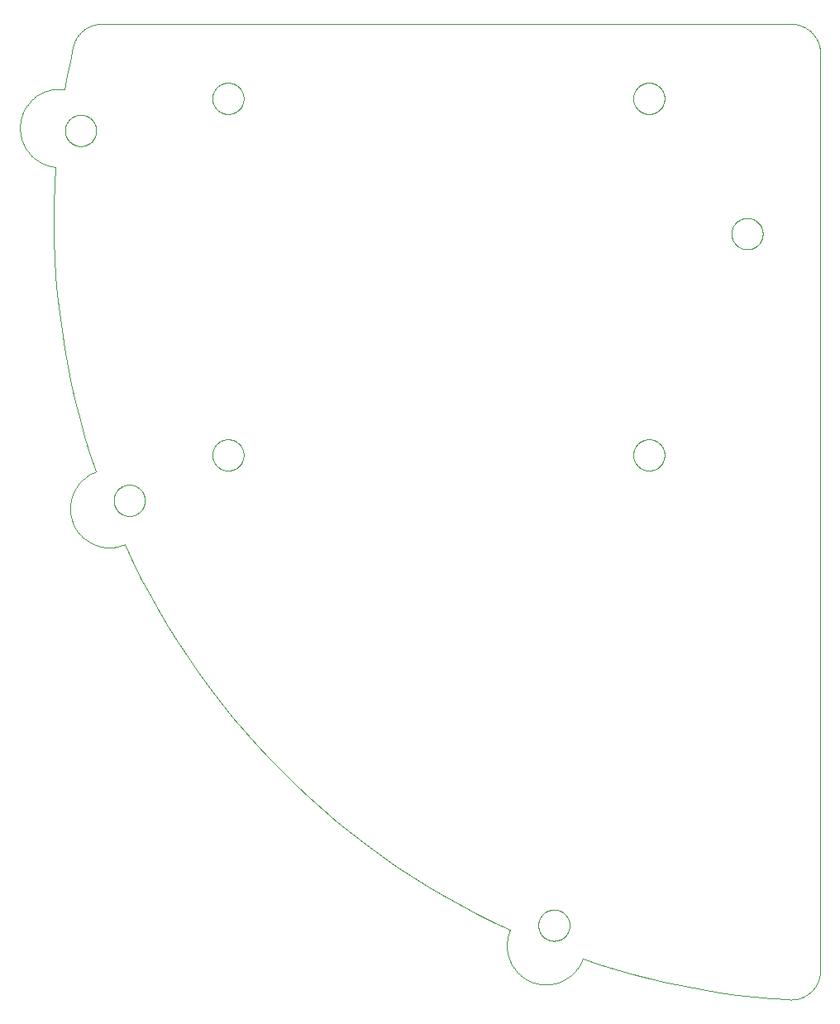
<source format=gbr>
G04 EAGLE Gerber RS-274X export*
G75*
%MOMM*%
%FSLAX34Y34*%
%LPD*%
%IN*%
%IPPOS*%
%AMOC8*
5,1,8,0,0,1.08239X$1,22.5*%
G01*
%ADD10C,0.000000*%
%ADD11C,0.000100*%


D10*
X19840Y975135D02*
X16707Y960665D01*
X13842Y946140D01*
X11246Y931564D01*
X19841Y975125D02*
X20012Y975840D01*
X20201Y976551D01*
X20407Y977256D01*
X20631Y977957D01*
X20871Y978651D01*
X21129Y979340D01*
X21403Y980022D01*
X21694Y980697D01*
X22001Y981365D01*
X22325Y982025D01*
X22665Y982677D01*
X23020Y983320D01*
X23391Y983954D01*
X23778Y984580D01*
X24180Y985195D01*
X24597Y985801D01*
X25029Y986396D01*
X25475Y986980D01*
X25935Y987553D01*
X26409Y988115D01*
X26897Y988665D01*
X27398Y989203D01*
X27912Y989728D01*
X28439Y990241D01*
X28978Y990740D01*
X29529Y991227D01*
X30093Y991699D01*
X30667Y992158D01*
X31253Y992602D01*
X31849Y993032D01*
X32456Y993447D01*
X33072Y993847D01*
X33699Y994232D01*
X34334Y994602D01*
X34978Y994956D01*
X35631Y995293D01*
X36292Y995615D01*
X36961Y995921D01*
X37637Y996210D01*
X38320Y996482D01*
X39009Y996738D01*
X39704Y996976D01*
X40405Y997198D01*
X41111Y997402D01*
X41822Y997589D01*
X42538Y997758D01*
X43257Y997910D01*
X43980Y998044D01*
X44706Y998160D01*
X45434Y998259D01*
X46165Y998339D01*
X46897Y998402D01*
X47631Y998447D01*
X48365Y998473D01*
X49101Y998482D01*
X11246Y931564D02*
X10280Y931690D01*
X9311Y931793D01*
X8339Y931872D01*
X7366Y931927D01*
X6392Y931959D01*
X5418Y931967D01*
X4444Y931951D01*
X3470Y931911D01*
X2497Y931848D01*
X1527Y931761D01*
X559Y931651D01*
X-407Y931516D01*
X-1368Y931359D01*
X-2326Y931178D01*
X-3279Y930974D01*
X-4226Y930746D01*
X-5168Y930496D01*
X-6104Y930223D01*
X-7032Y929927D01*
X-7953Y929608D01*
X-8866Y929267D01*
X-9770Y928904D01*
X-10666Y928519D01*
X-11551Y928113D01*
X-12427Y927685D01*
X-13292Y927235D01*
X-14145Y926765D01*
X-14987Y926274D01*
X-15817Y925763D01*
X-16634Y925232D01*
X-17437Y924681D01*
X-18228Y924110D01*
X-19004Y923521D01*
X-19765Y922913D01*
X-20511Y922286D01*
X-21242Y921641D01*
X-21957Y920979D01*
X-22656Y920300D01*
X-23337Y919604D01*
X-24002Y918891D01*
X-24649Y918162D01*
X-25278Y917418D01*
X-25889Y916659D01*
X-26481Y915885D01*
X-27055Y915097D01*
X-27608Y914295D01*
X-28142Y913480D01*
X-28657Y912652D01*
X-29150Y911812D01*
X-29623Y910960D01*
X-30076Y910096D01*
X-30507Y909222D01*
X-30916Y908338D01*
X-31304Y907444D01*
X-31670Y906541D01*
X-32014Y905629D01*
X-32336Y904710D01*
X-32635Y903782D01*
X-32912Y902848D01*
X-33165Y901907D01*
X-33396Y900960D01*
X-33604Y900008D01*
X-33788Y899051D01*
X-33949Y898090D01*
X-34086Y897125D01*
X-34200Y896157D01*
X-34290Y895187D01*
X-34357Y894214D01*
X-34400Y893241D01*
X-34419Y892267D01*
X-34414Y891292D01*
X-34386Y890318D01*
X-34334Y889345D01*
X-34258Y888373D01*
X-34159Y887404D01*
X-34036Y886437D01*
X-33889Y885474D01*
X-33720Y884514D01*
X-33526Y883559D01*
X-33310Y882609D01*
X-33070Y881664D01*
X-32808Y880726D01*
X-32523Y879794D01*
X-32215Y878869D01*
X-31885Y877952D01*
X-31532Y877044D01*
X-31157Y876144D01*
X-30761Y875254D01*
X-30343Y874374D01*
X-29904Y873504D01*
X-29444Y872645D01*
X-28962Y871797D01*
X-28461Y870962D01*
X-27939Y870139D01*
X-27397Y869329D01*
X-26836Y868532D01*
X-26256Y867749D01*
X-25656Y866981D01*
X-25038Y866227D01*
X-24402Y865489D01*
X-23748Y864767D01*
X-23077Y864060D01*
X-22388Y863370D01*
X-21684Y862698D01*
X-20962Y862042D01*
X-20226Y861404D01*
X-19473Y860785D01*
X-18706Y860184D01*
X-17925Y859602D01*
X-17129Y859039D01*
X-16320Y858495D01*
X-15499Y857972D01*
X-14664Y857468D01*
X-13818Y856985D01*
X-12960Y856523D01*
X-12091Y856082D01*
X-11211Y855662D01*
X-10322Y855264D01*
X-9423Y854887D01*
X-8515Y854533D01*
X-7599Y854201D01*
X-6675Y853891D01*
X-5744Y853603D01*
X-4806Y853339D01*
X-3862Y853097D01*
X-2912Y852879D01*
X-1958Y852684D01*
X-998Y852512D01*
X-35Y852363D01*
X931Y852238D01*
X1900Y852137D01*
X1901Y852137D02*
X871Y833524D01*
X275Y814891D01*
X112Y796250D01*
X385Y777610D01*
X1091Y758982D01*
X2231Y740375D01*
X3805Y721799D01*
X5810Y703266D01*
X8247Y684784D01*
X11113Y666363D01*
X14408Y648015D01*
X18130Y629748D01*
X22275Y611573D01*
X26844Y593500D01*
X31832Y575538D01*
X37237Y557696D01*
X43056Y539986D01*
X42147Y539638D01*
X41247Y539268D01*
X40356Y538876D01*
X39475Y538463D01*
X38604Y538028D01*
X37744Y537572D01*
X36895Y537095D01*
X36059Y536598D01*
X35234Y536081D01*
X34423Y535543D01*
X33625Y534986D01*
X32840Y534410D01*
X32070Y533815D01*
X31315Y533201D01*
X30575Y532569D01*
X29850Y531919D01*
X29142Y531252D01*
X28450Y530567D01*
X27775Y529866D01*
X27117Y529149D01*
X26476Y528416D01*
X25854Y527667D01*
X25251Y526904D01*
X24666Y526126D01*
X24100Y525334D01*
X23553Y524529D01*
X23027Y523710D01*
X22520Y522879D01*
X22034Y522036D01*
X21569Y521181D01*
X21124Y520315D01*
X20701Y519439D01*
X20299Y518552D01*
X19919Y517656D01*
X19561Y516751D01*
X19225Y515838D01*
X18912Y514916D01*
X18620Y513988D01*
X18352Y513052D01*
X18107Y512110D01*
X17884Y511163D01*
X17685Y510210D01*
X17509Y509253D01*
X17356Y508292D01*
X17227Y507327D01*
X17121Y506359D01*
X17039Y505390D01*
X16981Y504418D01*
X16946Y503445D01*
X16935Y502472D01*
X16948Y501499D01*
X16984Y500526D01*
X17044Y499555D01*
X17128Y498585D01*
X17235Y497618D01*
X17366Y496653D01*
X17520Y495692D01*
X17698Y494735D01*
X17899Y493783D01*
X18123Y492836D01*
X18370Y491895D01*
X18640Y490959D01*
X18933Y490031D01*
X19248Y489110D01*
X19585Y488197D01*
X19945Y487293D01*
X20327Y486398D01*
X20730Y485512D01*
X21155Y484636D01*
X21600Y483771D01*
X22067Y482917D01*
X22555Y482075D01*
X23063Y481244D01*
X23591Y480427D01*
X24139Y479622D01*
X24706Y478831D01*
X25292Y478054D01*
X25897Y477292D01*
X26520Y476545D01*
X27162Y475813D01*
X27821Y475096D01*
X28497Y474396D01*
X29191Y473713D01*
X29900Y473047D01*
X30626Y472399D01*
X31367Y471768D01*
X32124Y471155D01*
X32895Y470561D01*
X33680Y469986D01*
X34479Y469431D01*
X35291Y468895D01*
X36117Y468379D01*
X36954Y467883D01*
X37804Y467408D01*
X38664Y466953D01*
X39536Y466520D01*
X40418Y466108D01*
X41309Y465717D01*
X42210Y465349D01*
X43119Y465002D01*
X44037Y464678D01*
X44963Y464377D01*
X45895Y464097D01*
X46834Y463841D01*
X47779Y463608D01*
X48729Y463397D01*
X49684Y463210D01*
X50644Y463047D01*
X51607Y462906D01*
X52573Y462789D01*
X53542Y462696D01*
X54513Y462627D01*
X55485Y462581D01*
X56458Y462558D01*
X57431Y462560D01*
X58404Y462585D01*
X59376Y462634D01*
X60347Y462706D01*
X61315Y462802D01*
X62281Y462922D01*
X63244Y463065D01*
X64203Y463232D01*
X65157Y463422D01*
X66107Y463635D01*
X67051Y463871D01*
X67989Y464130D01*
X68921Y464412D01*
X69845Y464717D01*
X70762Y465044D01*
X71671Y465393D01*
X72570Y465764D01*
X72571Y465764D02*
X80682Y448570D01*
X89200Y431574D01*
X98119Y414785D01*
X107435Y398213D01*
X117142Y381866D01*
X127235Y365755D01*
X137707Y349889D01*
X148554Y334275D01*
X159769Y318924D01*
X171345Y303844D01*
X183276Y289043D01*
X195556Y274529D01*
X208177Y260312D01*
X221132Y246398D01*
X234415Y232797D01*
X248016Y219514D01*
X261930Y206559D01*
X276147Y193938D01*
X290661Y181658D01*
X305462Y169727D01*
X320542Y158151D01*
X335893Y146936D01*
X351507Y136089D01*
X367373Y125617D01*
X383484Y115524D01*
X399831Y105817D01*
X416403Y96501D01*
X433192Y87582D01*
X450188Y79064D01*
X467382Y70953D01*
X467382Y70952D02*
X467010Y70052D01*
X466660Y69142D01*
X466332Y68224D01*
X466027Y67299D01*
X465744Y66366D01*
X465484Y65427D01*
X465247Y64482D01*
X465034Y63531D01*
X464843Y62575D01*
X464676Y61615D01*
X464532Y60651D01*
X464412Y59684D01*
X464315Y58715D01*
X464242Y57743D01*
X464193Y56770D01*
X464167Y55796D01*
X464165Y54821D01*
X464187Y53847D01*
X464233Y52873D01*
X464302Y51901D01*
X464395Y50931D01*
X464511Y49964D01*
X464651Y48999D01*
X464815Y48039D01*
X465002Y47082D01*
X465212Y46131D01*
X465445Y45184D01*
X465701Y44244D01*
X465981Y43310D01*
X466282Y42384D01*
X466606Y41465D01*
X466953Y40554D01*
X467322Y39652D01*
X467712Y38759D01*
X468124Y37876D01*
X468558Y37003D01*
X469012Y36141D01*
X469488Y35291D01*
X469984Y34452D01*
X470500Y33625D01*
X471036Y32812D01*
X471592Y32011D01*
X472168Y31225D01*
X472762Y30452D01*
X473375Y29695D01*
X474006Y28952D01*
X474655Y28226D01*
X475322Y27515D01*
X476006Y26820D01*
X476706Y26143D01*
X477423Y25483D01*
X478156Y24840D01*
X478904Y24215D01*
X479667Y23609D01*
X480444Y23022D01*
X481236Y22454D01*
X482041Y21905D01*
X482860Y21376D01*
X483691Y20867D01*
X484534Y20378D01*
X485389Y19911D01*
X486255Y19464D01*
X487132Y19038D01*
X488018Y18634D01*
X488915Y18251D01*
X489820Y17891D01*
X490734Y17553D01*
X491656Y17237D01*
X492585Y16943D01*
X493521Y16673D01*
X494464Y16425D01*
X495412Y16200D01*
X496365Y15998D01*
X497323Y15820D01*
X498285Y15665D01*
X499251Y15534D01*
X500220Y15426D01*
X501190Y15342D01*
X502163Y15281D01*
X503137Y15244D01*
X504111Y15231D01*
X505086Y15242D01*
X506060Y15276D01*
X507032Y15334D01*
X508004Y15416D01*
X508972Y15521D01*
X509938Y15650D01*
X510901Y15803D01*
X511859Y15978D01*
X512813Y16178D01*
X513762Y16400D01*
X514705Y16645D01*
X515642Y16913D01*
X516572Y17205D01*
X517495Y17518D01*
X518410Y17854D01*
X519316Y18212D01*
X520213Y18592D01*
X521101Y18994D01*
X521979Y19418D01*
X522846Y19862D01*
X523702Y20328D01*
X524546Y20814D01*
X525379Y21321D01*
X526199Y21848D01*
X527005Y22395D01*
X527798Y22961D01*
X528578Y23546D01*
X529342Y24150D01*
X530092Y24773D01*
X530826Y25414D01*
X531545Y26072D01*
X532247Y26748D01*
X532932Y27440D01*
X533601Y28149D01*
X534252Y28875D01*
X534885Y29615D01*
X535500Y30371D01*
X536096Y31142D01*
X536674Y31927D01*
X537232Y32726D01*
X537770Y33538D01*
X538288Y34364D01*
X538787Y35201D01*
X539264Y36050D01*
X539721Y36911D01*
X540157Y37783D01*
X540571Y38665D01*
X540964Y39557D01*
X541335Y40458D01*
X541684Y41368D01*
X558811Y35737D01*
X576061Y30493D01*
X593425Y25640D01*
X610893Y21178D01*
X628458Y17112D01*
X646110Y13443D01*
X663840Y10172D01*
X681639Y7301D01*
X699498Y4833D01*
X717409Y2767D01*
X735361Y1106D01*
X753347Y-151D01*
X754075Y-185D01*
X754805Y-201D01*
X755534Y-199D01*
X756264Y-179D01*
X756992Y-142D01*
X757720Y-87D01*
X758445Y-15D01*
X759169Y75D01*
X759891Y183D01*
X760610Y308D01*
X761325Y451D01*
X762037Y611D01*
X762744Y788D01*
X763447Y983D01*
X764146Y1194D01*
X764838Y1423D01*
X765526Y1668D01*
X766206Y1930D01*
X766881Y2208D01*
X767548Y2503D01*
X768208Y2813D01*
X768860Y3140D01*
X769505Y3482D01*
X770140Y3840D01*
X770767Y4214D01*
X771384Y4602D01*
X771992Y5006D01*
X772590Y5424D01*
X773177Y5856D01*
X773754Y6303D01*
X774320Y6763D01*
X774874Y7238D01*
X775417Y7725D01*
X775948Y8226D01*
X776466Y8739D01*
X776972Y9265D01*
X777465Y9803D01*
X777944Y10352D01*
X778410Y10913D01*
X778863Y11486D01*
X779301Y12069D01*
X779725Y12663D01*
X780134Y13267D01*
X780529Y13880D01*
X780908Y14503D01*
X781273Y15135D01*
X781621Y15776D01*
X781954Y16425D01*
X782272Y17082D01*
X782573Y17746D01*
X782858Y18418D01*
X783126Y19096D01*
X783378Y19781D01*
X783613Y20471D01*
X783832Y21167D01*
X784033Y21869D01*
X784217Y22574D01*
X784384Y23285D01*
X784534Y23999D01*
X784666Y24716D01*
X784781Y25436D01*
X784879Y26159D01*
X784958Y26885D01*
X785020Y27611D01*
X785065Y28340D01*
X785091Y29069D01*
X785100Y29798D01*
X785100Y39798D02*
X785100Y968482D01*
X785091Y969207D01*
X785065Y969931D01*
X785021Y970655D01*
X784960Y971377D01*
X784881Y972098D01*
X784785Y972817D01*
X784672Y973533D01*
X784541Y974246D01*
X784393Y974956D01*
X784228Y975661D01*
X784046Y976363D01*
X783847Y977060D01*
X783632Y977753D01*
X783399Y978439D01*
X783150Y979120D01*
X782885Y979795D01*
X782604Y980463D01*
X782306Y981124D01*
X781993Y981778D01*
X781664Y982424D01*
X781319Y983062D01*
X780959Y983691D01*
X780584Y984311D01*
X780194Y984922D01*
X779790Y985524D01*
X779371Y986116D01*
X778937Y986697D01*
X778490Y987268D01*
X778029Y987827D01*
X777555Y988376D01*
X777068Y988912D01*
X776568Y989437D01*
X776055Y989950D01*
X775530Y990450D01*
X774994Y990937D01*
X774445Y991411D01*
X773886Y991872D01*
X773315Y992319D01*
X772734Y992753D01*
X772142Y993172D01*
X771540Y993576D01*
X770929Y993966D01*
X770309Y994341D01*
X769680Y994701D01*
X769042Y995046D01*
X768396Y995375D01*
X767742Y995688D01*
X767081Y995986D01*
X766413Y996267D01*
X765738Y996532D01*
X765057Y996781D01*
X764371Y997014D01*
X763678Y997229D01*
X762981Y997428D01*
X762279Y997610D01*
X761574Y997775D01*
X760864Y997923D01*
X760151Y998054D01*
X759435Y998167D01*
X758716Y998263D01*
X757995Y998342D01*
X757273Y998403D01*
X756549Y998447D01*
X755825Y998473D01*
X755100Y998482D01*
X49100Y998482D01*
X11660Y889370D02*
X11665Y889763D01*
X11679Y890155D01*
X11703Y890547D01*
X11737Y890938D01*
X11780Y891329D01*
X11833Y891718D01*
X11896Y892105D01*
X11967Y892491D01*
X12049Y892876D01*
X12139Y893258D01*
X12240Y893637D01*
X12349Y894015D01*
X12468Y894389D01*
X12595Y894760D01*
X12732Y895128D01*
X12878Y895493D01*
X13033Y895854D01*
X13196Y896211D01*
X13368Y896564D01*
X13549Y896912D01*
X13739Y897256D01*
X13936Y897596D01*
X14142Y897930D01*
X14356Y898259D01*
X14579Y898583D01*
X14809Y898901D01*
X15046Y899214D01*
X15292Y899520D01*
X15545Y899821D01*
X15805Y900115D01*
X16072Y900403D01*
X16346Y900684D01*
X16627Y900958D01*
X16915Y901225D01*
X17209Y901485D01*
X17510Y901738D01*
X17816Y901984D01*
X18129Y902221D01*
X18447Y902451D01*
X18771Y902674D01*
X19100Y902888D01*
X19434Y903094D01*
X19774Y903291D01*
X20118Y903481D01*
X20466Y903662D01*
X20819Y903834D01*
X21176Y903997D01*
X21537Y904152D01*
X21902Y904298D01*
X22270Y904435D01*
X22641Y904562D01*
X23015Y904681D01*
X23393Y904790D01*
X23772Y904891D01*
X24154Y904981D01*
X24539Y905063D01*
X24925Y905134D01*
X25312Y905197D01*
X25701Y905250D01*
X26092Y905293D01*
X26483Y905327D01*
X26875Y905351D01*
X27267Y905365D01*
X27660Y905370D01*
X28053Y905365D01*
X28445Y905351D01*
X28837Y905327D01*
X29228Y905293D01*
X29619Y905250D01*
X30008Y905197D01*
X30395Y905134D01*
X30781Y905063D01*
X31166Y904981D01*
X31548Y904891D01*
X31927Y904790D01*
X32305Y904681D01*
X32679Y904562D01*
X33050Y904435D01*
X33418Y904298D01*
X33783Y904152D01*
X34144Y903997D01*
X34501Y903834D01*
X34854Y903662D01*
X35202Y903481D01*
X35546Y903291D01*
X35886Y903094D01*
X36220Y902888D01*
X36549Y902674D01*
X36873Y902451D01*
X37191Y902221D01*
X37504Y901984D01*
X37810Y901738D01*
X38111Y901485D01*
X38405Y901225D01*
X38693Y900958D01*
X38974Y900684D01*
X39248Y900403D01*
X39515Y900115D01*
X39775Y899821D01*
X40028Y899520D01*
X40274Y899214D01*
X40511Y898901D01*
X40741Y898583D01*
X40964Y898259D01*
X41178Y897930D01*
X41384Y897596D01*
X41581Y897256D01*
X41771Y896912D01*
X41952Y896564D01*
X42124Y896211D01*
X42287Y895854D01*
X42442Y895493D01*
X42588Y895128D01*
X42725Y894760D01*
X42852Y894389D01*
X42971Y894015D01*
X43080Y893637D01*
X43181Y893258D01*
X43271Y892876D01*
X43353Y892491D01*
X43424Y892105D01*
X43487Y891718D01*
X43540Y891329D01*
X43583Y890938D01*
X43617Y890547D01*
X43641Y890155D01*
X43655Y889763D01*
X43660Y889370D01*
X43655Y888977D01*
X43641Y888585D01*
X43617Y888193D01*
X43583Y887802D01*
X43540Y887411D01*
X43487Y887022D01*
X43424Y886635D01*
X43353Y886249D01*
X43271Y885864D01*
X43181Y885482D01*
X43080Y885103D01*
X42971Y884725D01*
X42852Y884351D01*
X42725Y883980D01*
X42588Y883612D01*
X42442Y883247D01*
X42287Y882886D01*
X42124Y882529D01*
X41952Y882176D01*
X41771Y881828D01*
X41581Y881484D01*
X41384Y881144D01*
X41178Y880810D01*
X40964Y880481D01*
X40741Y880157D01*
X40511Y879839D01*
X40274Y879526D01*
X40028Y879220D01*
X39775Y878919D01*
X39515Y878625D01*
X39248Y878337D01*
X38974Y878056D01*
X38693Y877782D01*
X38405Y877515D01*
X38111Y877255D01*
X37810Y877002D01*
X37504Y876756D01*
X37191Y876519D01*
X36873Y876289D01*
X36549Y876066D01*
X36220Y875852D01*
X35886Y875646D01*
X35546Y875449D01*
X35202Y875259D01*
X34854Y875078D01*
X34501Y874906D01*
X34144Y874743D01*
X33783Y874588D01*
X33418Y874442D01*
X33050Y874305D01*
X32679Y874178D01*
X32305Y874059D01*
X31927Y873950D01*
X31548Y873849D01*
X31166Y873759D01*
X30781Y873677D01*
X30395Y873606D01*
X30008Y873543D01*
X29619Y873490D01*
X29228Y873447D01*
X28837Y873413D01*
X28445Y873389D01*
X28053Y873375D01*
X27660Y873370D01*
X27267Y873375D01*
X26875Y873389D01*
X26483Y873413D01*
X26092Y873447D01*
X25701Y873490D01*
X25312Y873543D01*
X24925Y873606D01*
X24539Y873677D01*
X24154Y873759D01*
X23772Y873849D01*
X23393Y873950D01*
X23015Y874059D01*
X22641Y874178D01*
X22270Y874305D01*
X21902Y874442D01*
X21537Y874588D01*
X21176Y874743D01*
X20819Y874906D01*
X20466Y875078D01*
X20118Y875259D01*
X19774Y875449D01*
X19434Y875646D01*
X19100Y875852D01*
X18771Y876066D01*
X18447Y876289D01*
X18129Y876519D01*
X17816Y876756D01*
X17510Y877002D01*
X17209Y877255D01*
X16915Y877515D01*
X16627Y877782D01*
X16346Y878056D01*
X16072Y878337D01*
X15805Y878625D01*
X15545Y878919D01*
X15292Y879220D01*
X15046Y879526D01*
X14809Y879839D01*
X14579Y880157D01*
X14356Y880481D01*
X14142Y880810D01*
X13936Y881144D01*
X13739Y881484D01*
X13549Y881828D01*
X13368Y882176D01*
X13196Y882529D01*
X13033Y882886D01*
X12878Y883247D01*
X12732Y883612D01*
X12595Y883980D01*
X12468Y884351D01*
X12349Y884725D01*
X12240Y885103D01*
X12139Y885482D01*
X12049Y885864D01*
X11967Y886249D01*
X11896Y886635D01*
X11833Y887022D01*
X11780Y887411D01*
X11737Y887802D01*
X11703Y888193D01*
X11679Y888585D01*
X11665Y888977D01*
X11660Y889370D01*
X496387Y75888D02*
X496392Y76281D01*
X496406Y76673D01*
X496430Y77065D01*
X496464Y77456D01*
X496507Y77847D01*
X496560Y78236D01*
X496623Y78623D01*
X496694Y79009D01*
X496776Y79394D01*
X496866Y79776D01*
X496967Y80155D01*
X497076Y80533D01*
X497195Y80907D01*
X497322Y81278D01*
X497459Y81646D01*
X497605Y82011D01*
X497760Y82372D01*
X497923Y82729D01*
X498095Y83082D01*
X498276Y83430D01*
X498466Y83774D01*
X498663Y84114D01*
X498869Y84448D01*
X499083Y84777D01*
X499306Y85101D01*
X499536Y85419D01*
X499773Y85732D01*
X500019Y86038D01*
X500272Y86339D01*
X500532Y86633D01*
X500799Y86921D01*
X501073Y87202D01*
X501354Y87476D01*
X501642Y87743D01*
X501936Y88003D01*
X502237Y88256D01*
X502543Y88502D01*
X502856Y88739D01*
X503174Y88969D01*
X503498Y89192D01*
X503827Y89406D01*
X504161Y89612D01*
X504501Y89809D01*
X504845Y89999D01*
X505193Y90180D01*
X505546Y90352D01*
X505903Y90515D01*
X506264Y90670D01*
X506629Y90816D01*
X506997Y90953D01*
X507368Y91080D01*
X507742Y91199D01*
X508120Y91308D01*
X508499Y91409D01*
X508881Y91499D01*
X509266Y91581D01*
X509652Y91652D01*
X510039Y91715D01*
X510428Y91768D01*
X510819Y91811D01*
X511210Y91845D01*
X511602Y91869D01*
X511994Y91883D01*
X512387Y91888D01*
X512780Y91883D01*
X513172Y91869D01*
X513564Y91845D01*
X513955Y91811D01*
X514346Y91768D01*
X514735Y91715D01*
X515122Y91652D01*
X515508Y91581D01*
X515893Y91499D01*
X516275Y91409D01*
X516654Y91308D01*
X517032Y91199D01*
X517406Y91080D01*
X517777Y90953D01*
X518145Y90816D01*
X518510Y90670D01*
X518871Y90515D01*
X519228Y90352D01*
X519581Y90180D01*
X519929Y89999D01*
X520273Y89809D01*
X520613Y89612D01*
X520947Y89406D01*
X521276Y89192D01*
X521600Y88969D01*
X521918Y88739D01*
X522231Y88502D01*
X522537Y88256D01*
X522838Y88003D01*
X523132Y87743D01*
X523420Y87476D01*
X523701Y87202D01*
X523975Y86921D01*
X524242Y86633D01*
X524502Y86339D01*
X524755Y86038D01*
X525001Y85732D01*
X525238Y85419D01*
X525468Y85101D01*
X525691Y84777D01*
X525905Y84448D01*
X526111Y84114D01*
X526308Y83774D01*
X526498Y83430D01*
X526679Y83082D01*
X526851Y82729D01*
X527014Y82372D01*
X527169Y82011D01*
X527315Y81646D01*
X527452Y81278D01*
X527579Y80907D01*
X527698Y80533D01*
X527807Y80155D01*
X527908Y79776D01*
X527998Y79394D01*
X528080Y79009D01*
X528151Y78623D01*
X528214Y78236D01*
X528267Y77847D01*
X528310Y77456D01*
X528344Y77065D01*
X528368Y76673D01*
X528382Y76281D01*
X528387Y75888D01*
X528382Y75495D01*
X528368Y75103D01*
X528344Y74711D01*
X528310Y74320D01*
X528267Y73929D01*
X528214Y73540D01*
X528151Y73153D01*
X528080Y72767D01*
X527998Y72382D01*
X527908Y72000D01*
X527807Y71621D01*
X527698Y71243D01*
X527579Y70869D01*
X527452Y70498D01*
X527315Y70130D01*
X527169Y69765D01*
X527014Y69404D01*
X526851Y69047D01*
X526679Y68694D01*
X526498Y68346D01*
X526308Y68002D01*
X526111Y67662D01*
X525905Y67328D01*
X525691Y66999D01*
X525468Y66675D01*
X525238Y66357D01*
X525001Y66044D01*
X524755Y65738D01*
X524502Y65437D01*
X524242Y65143D01*
X523975Y64855D01*
X523701Y64574D01*
X523420Y64300D01*
X523132Y64033D01*
X522838Y63773D01*
X522537Y63520D01*
X522231Y63274D01*
X521918Y63037D01*
X521600Y62807D01*
X521276Y62584D01*
X520947Y62370D01*
X520613Y62164D01*
X520273Y61967D01*
X519929Y61777D01*
X519581Y61596D01*
X519228Y61424D01*
X518871Y61261D01*
X518510Y61106D01*
X518145Y60960D01*
X517777Y60823D01*
X517406Y60696D01*
X517032Y60577D01*
X516654Y60468D01*
X516275Y60367D01*
X515893Y60277D01*
X515508Y60195D01*
X515122Y60124D01*
X514735Y60061D01*
X514346Y60008D01*
X513955Y59965D01*
X513564Y59931D01*
X513172Y59907D01*
X512780Y59893D01*
X512387Y59888D01*
X511994Y59893D01*
X511602Y59907D01*
X511210Y59931D01*
X510819Y59965D01*
X510428Y60008D01*
X510039Y60061D01*
X509652Y60124D01*
X509266Y60195D01*
X508881Y60277D01*
X508499Y60367D01*
X508120Y60468D01*
X507742Y60577D01*
X507368Y60696D01*
X506997Y60823D01*
X506629Y60960D01*
X506264Y61106D01*
X505903Y61261D01*
X505546Y61424D01*
X505193Y61596D01*
X504845Y61777D01*
X504501Y61967D01*
X504161Y62164D01*
X503827Y62370D01*
X503498Y62584D01*
X503174Y62807D01*
X502856Y63037D01*
X502543Y63274D01*
X502237Y63520D01*
X501936Y63773D01*
X501642Y64033D01*
X501354Y64300D01*
X501073Y64574D01*
X500799Y64855D01*
X500532Y65143D01*
X500272Y65437D01*
X500019Y65738D01*
X499773Y66044D01*
X499536Y66357D01*
X499306Y66675D01*
X499083Y66999D01*
X498869Y67328D01*
X498663Y67662D01*
X498466Y68002D01*
X498276Y68346D01*
X498095Y68694D01*
X497923Y69047D01*
X497760Y69404D01*
X497605Y69765D01*
X497459Y70130D01*
X497322Y70498D01*
X497195Y70869D01*
X497076Y71243D01*
X496967Y71621D01*
X496866Y72000D01*
X496776Y72382D01*
X496694Y72767D01*
X496623Y73153D01*
X496560Y73540D01*
X496507Y73929D01*
X496464Y74320D01*
X496430Y74711D01*
X496406Y75103D01*
X496392Y75495D01*
X496387Y75888D01*
X61506Y510770D02*
X61511Y511163D01*
X61525Y511555D01*
X61549Y511947D01*
X61583Y512338D01*
X61626Y512729D01*
X61679Y513118D01*
X61742Y513505D01*
X61813Y513891D01*
X61895Y514276D01*
X61985Y514658D01*
X62086Y515037D01*
X62195Y515415D01*
X62314Y515789D01*
X62441Y516160D01*
X62578Y516528D01*
X62724Y516893D01*
X62879Y517254D01*
X63042Y517611D01*
X63214Y517964D01*
X63395Y518312D01*
X63585Y518656D01*
X63782Y518996D01*
X63988Y519330D01*
X64202Y519659D01*
X64425Y519983D01*
X64655Y520301D01*
X64892Y520614D01*
X65138Y520920D01*
X65391Y521221D01*
X65651Y521515D01*
X65918Y521803D01*
X66192Y522084D01*
X66473Y522358D01*
X66761Y522625D01*
X67055Y522885D01*
X67356Y523138D01*
X67662Y523384D01*
X67975Y523621D01*
X68293Y523851D01*
X68617Y524074D01*
X68946Y524288D01*
X69280Y524494D01*
X69620Y524691D01*
X69964Y524881D01*
X70312Y525062D01*
X70665Y525234D01*
X71022Y525397D01*
X71383Y525552D01*
X71748Y525698D01*
X72116Y525835D01*
X72487Y525962D01*
X72861Y526081D01*
X73239Y526190D01*
X73618Y526291D01*
X74000Y526381D01*
X74385Y526463D01*
X74771Y526534D01*
X75158Y526597D01*
X75547Y526650D01*
X75938Y526693D01*
X76329Y526727D01*
X76721Y526751D01*
X77113Y526765D01*
X77506Y526770D01*
X77899Y526765D01*
X78291Y526751D01*
X78683Y526727D01*
X79074Y526693D01*
X79465Y526650D01*
X79854Y526597D01*
X80241Y526534D01*
X80627Y526463D01*
X81012Y526381D01*
X81394Y526291D01*
X81773Y526190D01*
X82151Y526081D01*
X82525Y525962D01*
X82896Y525835D01*
X83264Y525698D01*
X83629Y525552D01*
X83990Y525397D01*
X84347Y525234D01*
X84700Y525062D01*
X85048Y524881D01*
X85392Y524691D01*
X85732Y524494D01*
X86066Y524288D01*
X86395Y524074D01*
X86719Y523851D01*
X87037Y523621D01*
X87350Y523384D01*
X87656Y523138D01*
X87957Y522885D01*
X88251Y522625D01*
X88539Y522358D01*
X88820Y522084D01*
X89094Y521803D01*
X89361Y521515D01*
X89621Y521221D01*
X89874Y520920D01*
X90120Y520614D01*
X90357Y520301D01*
X90587Y519983D01*
X90810Y519659D01*
X91024Y519330D01*
X91230Y518996D01*
X91427Y518656D01*
X91617Y518312D01*
X91798Y517964D01*
X91970Y517611D01*
X92133Y517254D01*
X92288Y516893D01*
X92434Y516528D01*
X92571Y516160D01*
X92698Y515789D01*
X92817Y515415D01*
X92926Y515037D01*
X93027Y514658D01*
X93117Y514276D01*
X93199Y513891D01*
X93270Y513505D01*
X93333Y513118D01*
X93386Y512729D01*
X93429Y512338D01*
X93463Y511947D01*
X93487Y511555D01*
X93501Y511163D01*
X93506Y510770D01*
X93501Y510377D01*
X93487Y509985D01*
X93463Y509593D01*
X93429Y509202D01*
X93386Y508811D01*
X93333Y508422D01*
X93270Y508035D01*
X93199Y507649D01*
X93117Y507264D01*
X93027Y506882D01*
X92926Y506503D01*
X92817Y506125D01*
X92698Y505751D01*
X92571Y505380D01*
X92434Y505012D01*
X92288Y504647D01*
X92133Y504286D01*
X91970Y503929D01*
X91798Y503576D01*
X91617Y503228D01*
X91427Y502884D01*
X91230Y502544D01*
X91024Y502210D01*
X90810Y501881D01*
X90587Y501557D01*
X90357Y501239D01*
X90120Y500926D01*
X89874Y500620D01*
X89621Y500319D01*
X89361Y500025D01*
X89094Y499737D01*
X88820Y499456D01*
X88539Y499182D01*
X88251Y498915D01*
X87957Y498655D01*
X87656Y498402D01*
X87350Y498156D01*
X87037Y497919D01*
X86719Y497689D01*
X86395Y497466D01*
X86066Y497252D01*
X85732Y497046D01*
X85392Y496849D01*
X85048Y496659D01*
X84700Y496478D01*
X84347Y496306D01*
X83990Y496143D01*
X83629Y495988D01*
X83264Y495842D01*
X82896Y495705D01*
X82525Y495578D01*
X82151Y495459D01*
X81773Y495350D01*
X81394Y495249D01*
X81012Y495159D01*
X80627Y495077D01*
X80241Y495006D01*
X79854Y494943D01*
X79465Y494890D01*
X79074Y494847D01*
X78683Y494813D01*
X78291Y494789D01*
X77899Y494775D01*
X77506Y494770D01*
X77113Y494775D01*
X76721Y494789D01*
X76329Y494813D01*
X75938Y494847D01*
X75547Y494890D01*
X75158Y494943D01*
X74771Y495006D01*
X74385Y495077D01*
X74000Y495159D01*
X73618Y495249D01*
X73239Y495350D01*
X72861Y495459D01*
X72487Y495578D01*
X72116Y495705D01*
X71748Y495842D01*
X71383Y495988D01*
X71022Y496143D01*
X70665Y496306D01*
X70312Y496478D01*
X69964Y496659D01*
X69620Y496849D01*
X69280Y497046D01*
X68946Y497252D01*
X68617Y497466D01*
X68293Y497689D01*
X67975Y497919D01*
X67662Y498156D01*
X67356Y498402D01*
X67055Y498655D01*
X66761Y498915D01*
X66473Y499182D01*
X66192Y499456D01*
X65918Y499737D01*
X65651Y500025D01*
X65391Y500319D01*
X65138Y500620D01*
X64892Y500926D01*
X64655Y501239D01*
X64425Y501557D01*
X64202Y501881D01*
X63988Y502210D01*
X63782Y502544D01*
X63585Y502884D01*
X63395Y503228D01*
X63214Y503576D01*
X63042Y503929D01*
X62879Y504286D01*
X62724Y504647D01*
X62578Y505012D01*
X62441Y505380D01*
X62314Y505751D01*
X62195Y506125D01*
X62086Y506503D01*
X61985Y506882D01*
X61895Y507264D01*
X61813Y507649D01*
X61742Y508035D01*
X61679Y508422D01*
X61626Y508811D01*
X61583Y509202D01*
X61549Y509593D01*
X61525Y509985D01*
X61511Y510377D01*
X61506Y510770D01*
X593599Y557232D02*
X593604Y557625D01*
X593618Y558017D01*
X593642Y558409D01*
X593676Y558800D01*
X593719Y559191D01*
X593772Y559580D01*
X593835Y559967D01*
X593906Y560353D01*
X593988Y560738D01*
X594078Y561120D01*
X594179Y561499D01*
X594288Y561877D01*
X594407Y562251D01*
X594534Y562622D01*
X594671Y562990D01*
X594817Y563355D01*
X594972Y563716D01*
X595135Y564073D01*
X595307Y564426D01*
X595488Y564774D01*
X595678Y565118D01*
X595875Y565458D01*
X596081Y565792D01*
X596295Y566121D01*
X596518Y566445D01*
X596748Y566763D01*
X596985Y567076D01*
X597231Y567382D01*
X597484Y567683D01*
X597744Y567977D01*
X598011Y568265D01*
X598285Y568546D01*
X598566Y568820D01*
X598854Y569087D01*
X599148Y569347D01*
X599449Y569600D01*
X599755Y569846D01*
X600068Y570083D01*
X600386Y570313D01*
X600710Y570536D01*
X601039Y570750D01*
X601373Y570956D01*
X601713Y571153D01*
X602057Y571343D01*
X602405Y571524D01*
X602758Y571696D01*
X603115Y571859D01*
X603476Y572014D01*
X603841Y572160D01*
X604209Y572297D01*
X604580Y572424D01*
X604954Y572543D01*
X605332Y572652D01*
X605711Y572753D01*
X606093Y572843D01*
X606478Y572925D01*
X606864Y572996D01*
X607251Y573059D01*
X607640Y573112D01*
X608031Y573155D01*
X608422Y573189D01*
X608814Y573213D01*
X609206Y573227D01*
X609599Y573232D01*
X609992Y573227D01*
X610384Y573213D01*
X610776Y573189D01*
X611167Y573155D01*
X611558Y573112D01*
X611947Y573059D01*
X612334Y572996D01*
X612720Y572925D01*
X613105Y572843D01*
X613487Y572753D01*
X613866Y572652D01*
X614244Y572543D01*
X614618Y572424D01*
X614989Y572297D01*
X615357Y572160D01*
X615722Y572014D01*
X616083Y571859D01*
X616440Y571696D01*
X616793Y571524D01*
X617141Y571343D01*
X617485Y571153D01*
X617825Y570956D01*
X618159Y570750D01*
X618488Y570536D01*
X618812Y570313D01*
X619130Y570083D01*
X619443Y569846D01*
X619749Y569600D01*
X620050Y569347D01*
X620344Y569087D01*
X620632Y568820D01*
X620913Y568546D01*
X621187Y568265D01*
X621454Y567977D01*
X621714Y567683D01*
X621967Y567382D01*
X622213Y567076D01*
X622450Y566763D01*
X622680Y566445D01*
X622903Y566121D01*
X623117Y565792D01*
X623323Y565458D01*
X623520Y565118D01*
X623710Y564774D01*
X623891Y564426D01*
X624063Y564073D01*
X624226Y563716D01*
X624381Y563355D01*
X624527Y562990D01*
X624664Y562622D01*
X624791Y562251D01*
X624910Y561877D01*
X625019Y561499D01*
X625120Y561120D01*
X625210Y560738D01*
X625292Y560353D01*
X625363Y559967D01*
X625426Y559580D01*
X625479Y559191D01*
X625522Y558800D01*
X625556Y558409D01*
X625580Y558017D01*
X625594Y557625D01*
X625599Y557232D01*
X625594Y556839D01*
X625580Y556447D01*
X625556Y556055D01*
X625522Y555664D01*
X625479Y555273D01*
X625426Y554884D01*
X625363Y554497D01*
X625292Y554111D01*
X625210Y553726D01*
X625120Y553344D01*
X625019Y552965D01*
X624910Y552587D01*
X624791Y552213D01*
X624664Y551842D01*
X624527Y551474D01*
X624381Y551109D01*
X624226Y550748D01*
X624063Y550391D01*
X623891Y550038D01*
X623710Y549690D01*
X623520Y549346D01*
X623323Y549006D01*
X623117Y548672D01*
X622903Y548343D01*
X622680Y548019D01*
X622450Y547701D01*
X622213Y547388D01*
X621967Y547082D01*
X621714Y546781D01*
X621454Y546487D01*
X621187Y546199D01*
X620913Y545918D01*
X620632Y545644D01*
X620344Y545377D01*
X620050Y545117D01*
X619749Y544864D01*
X619443Y544618D01*
X619130Y544381D01*
X618812Y544151D01*
X618488Y543928D01*
X618159Y543714D01*
X617825Y543508D01*
X617485Y543311D01*
X617141Y543121D01*
X616793Y542940D01*
X616440Y542768D01*
X616083Y542605D01*
X615722Y542450D01*
X615357Y542304D01*
X614989Y542167D01*
X614618Y542040D01*
X614244Y541921D01*
X613866Y541812D01*
X613487Y541711D01*
X613105Y541621D01*
X612720Y541539D01*
X612334Y541468D01*
X611947Y541405D01*
X611558Y541352D01*
X611167Y541309D01*
X610776Y541275D01*
X610384Y541251D01*
X609992Y541237D01*
X609599Y541232D01*
X609206Y541237D01*
X608814Y541251D01*
X608422Y541275D01*
X608031Y541309D01*
X607640Y541352D01*
X607251Y541405D01*
X606864Y541468D01*
X606478Y541539D01*
X606093Y541621D01*
X605711Y541711D01*
X605332Y541812D01*
X604954Y541921D01*
X604580Y542040D01*
X604209Y542167D01*
X603841Y542304D01*
X603476Y542450D01*
X603115Y542605D01*
X602758Y542768D01*
X602405Y542940D01*
X602057Y543121D01*
X601713Y543311D01*
X601373Y543508D01*
X601039Y543714D01*
X600710Y543928D01*
X600386Y544151D01*
X600068Y544381D01*
X599755Y544618D01*
X599449Y544864D01*
X599148Y545117D01*
X598854Y545377D01*
X598566Y545644D01*
X598285Y545918D01*
X598011Y546199D01*
X597744Y546487D01*
X597484Y546781D01*
X597231Y547082D01*
X596985Y547388D01*
X596748Y547701D01*
X596518Y548019D01*
X596295Y548343D01*
X596081Y548672D01*
X595875Y549006D01*
X595678Y549346D01*
X595488Y549690D01*
X595307Y550038D01*
X595135Y550391D01*
X594972Y550748D01*
X594817Y551109D01*
X594671Y551474D01*
X594534Y551842D01*
X594407Y552213D01*
X594288Y552587D01*
X594179Y552965D01*
X594078Y553344D01*
X593988Y553726D01*
X593906Y554111D01*
X593835Y554497D01*
X593772Y554884D01*
X593719Y555273D01*
X593676Y555664D01*
X593642Y556055D01*
X593618Y556447D01*
X593604Y556839D01*
X593599Y557232D01*
X694208Y783751D02*
X694213Y784144D01*
X694227Y784536D01*
X694251Y784928D01*
X694285Y785319D01*
X694328Y785710D01*
X694381Y786099D01*
X694444Y786486D01*
X694515Y786872D01*
X694597Y787257D01*
X694687Y787639D01*
X694788Y788018D01*
X694897Y788396D01*
X695016Y788770D01*
X695143Y789141D01*
X695280Y789509D01*
X695426Y789874D01*
X695581Y790235D01*
X695744Y790592D01*
X695916Y790945D01*
X696097Y791293D01*
X696287Y791637D01*
X696484Y791977D01*
X696690Y792311D01*
X696904Y792640D01*
X697127Y792964D01*
X697357Y793282D01*
X697594Y793595D01*
X697840Y793901D01*
X698093Y794202D01*
X698353Y794496D01*
X698620Y794784D01*
X698894Y795065D01*
X699175Y795339D01*
X699463Y795606D01*
X699757Y795866D01*
X700058Y796119D01*
X700364Y796365D01*
X700677Y796602D01*
X700995Y796832D01*
X701319Y797055D01*
X701648Y797269D01*
X701982Y797475D01*
X702322Y797672D01*
X702666Y797862D01*
X703014Y798043D01*
X703367Y798215D01*
X703724Y798378D01*
X704085Y798533D01*
X704450Y798679D01*
X704818Y798816D01*
X705189Y798943D01*
X705563Y799062D01*
X705941Y799171D01*
X706320Y799272D01*
X706702Y799362D01*
X707087Y799444D01*
X707473Y799515D01*
X707860Y799578D01*
X708249Y799631D01*
X708640Y799674D01*
X709031Y799708D01*
X709423Y799732D01*
X709815Y799746D01*
X710208Y799751D01*
X710601Y799746D01*
X710993Y799732D01*
X711385Y799708D01*
X711776Y799674D01*
X712167Y799631D01*
X712556Y799578D01*
X712943Y799515D01*
X713329Y799444D01*
X713714Y799362D01*
X714096Y799272D01*
X714475Y799171D01*
X714853Y799062D01*
X715227Y798943D01*
X715598Y798816D01*
X715966Y798679D01*
X716331Y798533D01*
X716692Y798378D01*
X717049Y798215D01*
X717402Y798043D01*
X717750Y797862D01*
X718094Y797672D01*
X718434Y797475D01*
X718768Y797269D01*
X719097Y797055D01*
X719421Y796832D01*
X719739Y796602D01*
X720052Y796365D01*
X720358Y796119D01*
X720659Y795866D01*
X720953Y795606D01*
X721241Y795339D01*
X721522Y795065D01*
X721796Y794784D01*
X722063Y794496D01*
X722323Y794202D01*
X722576Y793901D01*
X722822Y793595D01*
X723059Y793282D01*
X723289Y792964D01*
X723512Y792640D01*
X723726Y792311D01*
X723932Y791977D01*
X724129Y791637D01*
X724319Y791293D01*
X724500Y790945D01*
X724672Y790592D01*
X724835Y790235D01*
X724990Y789874D01*
X725136Y789509D01*
X725273Y789141D01*
X725400Y788770D01*
X725519Y788396D01*
X725628Y788018D01*
X725729Y787639D01*
X725819Y787257D01*
X725901Y786872D01*
X725972Y786486D01*
X726035Y786099D01*
X726088Y785710D01*
X726131Y785319D01*
X726165Y784928D01*
X726189Y784536D01*
X726203Y784144D01*
X726208Y783751D01*
X726203Y783358D01*
X726189Y782966D01*
X726165Y782574D01*
X726131Y782183D01*
X726088Y781792D01*
X726035Y781403D01*
X725972Y781016D01*
X725901Y780630D01*
X725819Y780245D01*
X725729Y779863D01*
X725628Y779484D01*
X725519Y779106D01*
X725400Y778732D01*
X725273Y778361D01*
X725136Y777993D01*
X724990Y777628D01*
X724835Y777267D01*
X724672Y776910D01*
X724500Y776557D01*
X724319Y776209D01*
X724129Y775865D01*
X723932Y775525D01*
X723726Y775191D01*
X723512Y774862D01*
X723289Y774538D01*
X723059Y774220D01*
X722822Y773907D01*
X722576Y773601D01*
X722323Y773300D01*
X722063Y773006D01*
X721796Y772718D01*
X721522Y772437D01*
X721241Y772163D01*
X720953Y771896D01*
X720659Y771636D01*
X720358Y771383D01*
X720052Y771137D01*
X719739Y770900D01*
X719421Y770670D01*
X719097Y770447D01*
X718768Y770233D01*
X718434Y770027D01*
X718094Y769830D01*
X717750Y769640D01*
X717402Y769459D01*
X717049Y769287D01*
X716692Y769124D01*
X716331Y768969D01*
X715966Y768823D01*
X715598Y768686D01*
X715227Y768559D01*
X714853Y768440D01*
X714475Y768331D01*
X714096Y768230D01*
X713714Y768140D01*
X713329Y768058D01*
X712943Y767987D01*
X712556Y767924D01*
X712167Y767871D01*
X711776Y767828D01*
X711385Y767794D01*
X710993Y767770D01*
X710601Y767756D01*
X710208Y767751D01*
X709815Y767756D01*
X709423Y767770D01*
X709031Y767794D01*
X708640Y767828D01*
X708249Y767871D01*
X707860Y767924D01*
X707473Y767987D01*
X707087Y768058D01*
X706702Y768140D01*
X706320Y768230D01*
X705941Y768331D01*
X705563Y768440D01*
X705189Y768559D01*
X704818Y768686D01*
X704450Y768823D01*
X704085Y768969D01*
X703724Y769124D01*
X703367Y769287D01*
X703014Y769459D01*
X702666Y769640D01*
X702322Y769830D01*
X701982Y770027D01*
X701648Y770233D01*
X701319Y770447D01*
X700995Y770670D01*
X700677Y770900D01*
X700364Y771137D01*
X700058Y771383D01*
X699757Y771636D01*
X699463Y771896D01*
X699175Y772163D01*
X698894Y772437D01*
X698620Y772718D01*
X698353Y773006D01*
X698093Y773300D01*
X697840Y773601D01*
X697594Y773907D01*
X697357Y774220D01*
X697127Y774538D01*
X696904Y774862D01*
X696690Y775191D01*
X696484Y775525D01*
X696287Y775865D01*
X696097Y776209D01*
X695916Y776557D01*
X695744Y776910D01*
X695581Y777267D01*
X695426Y777628D01*
X695280Y777993D01*
X695143Y778361D01*
X695016Y778732D01*
X694897Y779106D01*
X694788Y779484D01*
X694687Y779863D01*
X694597Y780245D01*
X694515Y780630D01*
X694444Y781016D01*
X694381Y781403D01*
X694328Y781792D01*
X694285Y782183D01*
X694251Y782574D01*
X694227Y782966D01*
X694213Y783358D01*
X694208Y783751D01*
X162599Y922232D02*
X162604Y922625D01*
X162618Y923017D01*
X162642Y923409D01*
X162676Y923800D01*
X162719Y924191D01*
X162772Y924580D01*
X162835Y924967D01*
X162906Y925353D01*
X162988Y925738D01*
X163078Y926120D01*
X163179Y926499D01*
X163288Y926877D01*
X163407Y927251D01*
X163534Y927622D01*
X163671Y927990D01*
X163817Y928355D01*
X163972Y928716D01*
X164135Y929073D01*
X164307Y929426D01*
X164488Y929774D01*
X164678Y930118D01*
X164875Y930458D01*
X165081Y930792D01*
X165295Y931121D01*
X165518Y931445D01*
X165748Y931763D01*
X165985Y932076D01*
X166231Y932382D01*
X166484Y932683D01*
X166744Y932977D01*
X167011Y933265D01*
X167285Y933546D01*
X167566Y933820D01*
X167854Y934087D01*
X168148Y934347D01*
X168449Y934600D01*
X168755Y934846D01*
X169068Y935083D01*
X169386Y935313D01*
X169710Y935536D01*
X170039Y935750D01*
X170373Y935956D01*
X170713Y936153D01*
X171057Y936343D01*
X171405Y936524D01*
X171758Y936696D01*
X172115Y936859D01*
X172476Y937014D01*
X172841Y937160D01*
X173209Y937297D01*
X173580Y937424D01*
X173954Y937543D01*
X174332Y937652D01*
X174711Y937753D01*
X175093Y937843D01*
X175478Y937925D01*
X175864Y937996D01*
X176251Y938059D01*
X176640Y938112D01*
X177031Y938155D01*
X177422Y938189D01*
X177814Y938213D01*
X178206Y938227D01*
X178599Y938232D01*
X178992Y938227D01*
X179384Y938213D01*
X179776Y938189D01*
X180167Y938155D01*
X180558Y938112D01*
X180947Y938059D01*
X181334Y937996D01*
X181720Y937925D01*
X182105Y937843D01*
X182487Y937753D01*
X182866Y937652D01*
X183244Y937543D01*
X183618Y937424D01*
X183989Y937297D01*
X184357Y937160D01*
X184722Y937014D01*
X185083Y936859D01*
X185440Y936696D01*
X185793Y936524D01*
X186141Y936343D01*
X186485Y936153D01*
X186825Y935956D01*
X187159Y935750D01*
X187488Y935536D01*
X187812Y935313D01*
X188130Y935083D01*
X188443Y934846D01*
X188749Y934600D01*
X189050Y934347D01*
X189344Y934087D01*
X189632Y933820D01*
X189913Y933546D01*
X190187Y933265D01*
X190454Y932977D01*
X190714Y932683D01*
X190967Y932382D01*
X191213Y932076D01*
X191450Y931763D01*
X191680Y931445D01*
X191903Y931121D01*
X192117Y930792D01*
X192323Y930458D01*
X192520Y930118D01*
X192710Y929774D01*
X192891Y929426D01*
X193063Y929073D01*
X193226Y928716D01*
X193381Y928355D01*
X193527Y927990D01*
X193664Y927622D01*
X193791Y927251D01*
X193910Y926877D01*
X194019Y926499D01*
X194120Y926120D01*
X194210Y925738D01*
X194292Y925353D01*
X194363Y924967D01*
X194426Y924580D01*
X194479Y924191D01*
X194522Y923800D01*
X194556Y923409D01*
X194580Y923017D01*
X194594Y922625D01*
X194599Y922232D01*
X194594Y921839D01*
X194580Y921447D01*
X194556Y921055D01*
X194522Y920664D01*
X194479Y920273D01*
X194426Y919884D01*
X194363Y919497D01*
X194292Y919111D01*
X194210Y918726D01*
X194120Y918344D01*
X194019Y917965D01*
X193910Y917587D01*
X193791Y917213D01*
X193664Y916842D01*
X193527Y916474D01*
X193381Y916109D01*
X193226Y915748D01*
X193063Y915391D01*
X192891Y915038D01*
X192710Y914690D01*
X192520Y914346D01*
X192323Y914006D01*
X192117Y913672D01*
X191903Y913343D01*
X191680Y913019D01*
X191450Y912701D01*
X191213Y912388D01*
X190967Y912082D01*
X190714Y911781D01*
X190454Y911487D01*
X190187Y911199D01*
X189913Y910918D01*
X189632Y910644D01*
X189344Y910377D01*
X189050Y910117D01*
X188749Y909864D01*
X188443Y909618D01*
X188130Y909381D01*
X187812Y909151D01*
X187488Y908928D01*
X187159Y908714D01*
X186825Y908508D01*
X186485Y908311D01*
X186141Y908121D01*
X185793Y907940D01*
X185440Y907768D01*
X185083Y907605D01*
X184722Y907450D01*
X184357Y907304D01*
X183989Y907167D01*
X183618Y907040D01*
X183244Y906921D01*
X182866Y906812D01*
X182487Y906711D01*
X182105Y906621D01*
X181720Y906539D01*
X181334Y906468D01*
X180947Y906405D01*
X180558Y906352D01*
X180167Y906309D01*
X179776Y906275D01*
X179384Y906251D01*
X178992Y906237D01*
X178599Y906232D01*
X178206Y906237D01*
X177814Y906251D01*
X177422Y906275D01*
X177031Y906309D01*
X176640Y906352D01*
X176251Y906405D01*
X175864Y906468D01*
X175478Y906539D01*
X175093Y906621D01*
X174711Y906711D01*
X174332Y906812D01*
X173954Y906921D01*
X173580Y907040D01*
X173209Y907167D01*
X172841Y907304D01*
X172476Y907450D01*
X172115Y907605D01*
X171758Y907768D01*
X171405Y907940D01*
X171057Y908121D01*
X170713Y908311D01*
X170373Y908508D01*
X170039Y908714D01*
X169710Y908928D01*
X169386Y909151D01*
X169068Y909381D01*
X168755Y909618D01*
X168449Y909864D01*
X168148Y910117D01*
X167854Y910377D01*
X167566Y910644D01*
X167285Y910918D01*
X167011Y911199D01*
X166744Y911487D01*
X166484Y911781D01*
X166231Y912082D01*
X165985Y912388D01*
X165748Y912701D01*
X165518Y913019D01*
X165295Y913343D01*
X165081Y913672D01*
X164875Y914006D01*
X164678Y914346D01*
X164488Y914690D01*
X164307Y915038D01*
X164135Y915391D01*
X163972Y915748D01*
X163817Y916109D01*
X163671Y916474D01*
X163534Y916842D01*
X163407Y917213D01*
X163288Y917587D01*
X163179Y917965D01*
X163078Y918344D01*
X162988Y918726D01*
X162906Y919111D01*
X162835Y919497D01*
X162772Y919884D01*
X162719Y920273D01*
X162676Y920664D01*
X162642Y921055D01*
X162618Y921447D01*
X162604Y921839D01*
X162599Y922232D01*
X593599Y922232D02*
X593604Y922625D01*
X593618Y923017D01*
X593642Y923409D01*
X593676Y923800D01*
X593719Y924191D01*
X593772Y924580D01*
X593835Y924967D01*
X593906Y925353D01*
X593988Y925738D01*
X594078Y926120D01*
X594179Y926499D01*
X594288Y926877D01*
X594407Y927251D01*
X594534Y927622D01*
X594671Y927990D01*
X594817Y928355D01*
X594972Y928716D01*
X595135Y929073D01*
X595307Y929426D01*
X595488Y929774D01*
X595678Y930118D01*
X595875Y930458D01*
X596081Y930792D01*
X596295Y931121D01*
X596518Y931445D01*
X596748Y931763D01*
X596985Y932076D01*
X597231Y932382D01*
X597484Y932683D01*
X597744Y932977D01*
X598011Y933265D01*
X598285Y933546D01*
X598566Y933820D01*
X598854Y934087D01*
X599148Y934347D01*
X599449Y934600D01*
X599755Y934846D01*
X600068Y935083D01*
X600386Y935313D01*
X600710Y935536D01*
X601039Y935750D01*
X601373Y935956D01*
X601713Y936153D01*
X602057Y936343D01*
X602405Y936524D01*
X602758Y936696D01*
X603115Y936859D01*
X603476Y937014D01*
X603841Y937160D01*
X604209Y937297D01*
X604580Y937424D01*
X604954Y937543D01*
X605332Y937652D01*
X605711Y937753D01*
X606093Y937843D01*
X606478Y937925D01*
X606864Y937996D01*
X607251Y938059D01*
X607640Y938112D01*
X608031Y938155D01*
X608422Y938189D01*
X608814Y938213D01*
X609206Y938227D01*
X609599Y938232D01*
X609992Y938227D01*
X610384Y938213D01*
X610776Y938189D01*
X611167Y938155D01*
X611558Y938112D01*
X611947Y938059D01*
X612334Y937996D01*
X612720Y937925D01*
X613105Y937843D01*
X613487Y937753D01*
X613866Y937652D01*
X614244Y937543D01*
X614618Y937424D01*
X614989Y937297D01*
X615357Y937160D01*
X615722Y937014D01*
X616083Y936859D01*
X616440Y936696D01*
X616793Y936524D01*
X617141Y936343D01*
X617485Y936153D01*
X617825Y935956D01*
X618159Y935750D01*
X618488Y935536D01*
X618812Y935313D01*
X619130Y935083D01*
X619443Y934846D01*
X619749Y934600D01*
X620050Y934347D01*
X620344Y934087D01*
X620632Y933820D01*
X620913Y933546D01*
X621187Y933265D01*
X621454Y932977D01*
X621714Y932683D01*
X621967Y932382D01*
X622213Y932076D01*
X622450Y931763D01*
X622680Y931445D01*
X622903Y931121D01*
X623117Y930792D01*
X623323Y930458D01*
X623520Y930118D01*
X623710Y929774D01*
X623891Y929426D01*
X624063Y929073D01*
X624226Y928716D01*
X624381Y928355D01*
X624527Y927990D01*
X624664Y927622D01*
X624791Y927251D01*
X624910Y926877D01*
X625019Y926499D01*
X625120Y926120D01*
X625210Y925738D01*
X625292Y925353D01*
X625363Y924967D01*
X625426Y924580D01*
X625479Y924191D01*
X625522Y923800D01*
X625556Y923409D01*
X625580Y923017D01*
X625594Y922625D01*
X625599Y922232D01*
X625594Y921839D01*
X625580Y921447D01*
X625556Y921055D01*
X625522Y920664D01*
X625479Y920273D01*
X625426Y919884D01*
X625363Y919497D01*
X625292Y919111D01*
X625210Y918726D01*
X625120Y918344D01*
X625019Y917965D01*
X624910Y917587D01*
X624791Y917213D01*
X624664Y916842D01*
X624527Y916474D01*
X624381Y916109D01*
X624226Y915748D01*
X624063Y915391D01*
X623891Y915038D01*
X623710Y914690D01*
X623520Y914346D01*
X623323Y914006D01*
X623117Y913672D01*
X622903Y913343D01*
X622680Y913019D01*
X622450Y912701D01*
X622213Y912388D01*
X621967Y912082D01*
X621714Y911781D01*
X621454Y911487D01*
X621187Y911199D01*
X620913Y910918D01*
X620632Y910644D01*
X620344Y910377D01*
X620050Y910117D01*
X619749Y909864D01*
X619443Y909618D01*
X619130Y909381D01*
X618812Y909151D01*
X618488Y908928D01*
X618159Y908714D01*
X617825Y908508D01*
X617485Y908311D01*
X617141Y908121D01*
X616793Y907940D01*
X616440Y907768D01*
X616083Y907605D01*
X615722Y907450D01*
X615357Y907304D01*
X614989Y907167D01*
X614618Y907040D01*
X614244Y906921D01*
X613866Y906812D01*
X613487Y906711D01*
X613105Y906621D01*
X612720Y906539D01*
X612334Y906468D01*
X611947Y906405D01*
X611558Y906352D01*
X611167Y906309D01*
X610776Y906275D01*
X610384Y906251D01*
X609992Y906237D01*
X609599Y906232D01*
X609206Y906237D01*
X608814Y906251D01*
X608422Y906275D01*
X608031Y906309D01*
X607640Y906352D01*
X607251Y906405D01*
X606864Y906468D01*
X606478Y906539D01*
X606093Y906621D01*
X605711Y906711D01*
X605332Y906812D01*
X604954Y906921D01*
X604580Y907040D01*
X604209Y907167D01*
X603841Y907304D01*
X603476Y907450D01*
X603115Y907605D01*
X602758Y907768D01*
X602405Y907940D01*
X602057Y908121D01*
X601713Y908311D01*
X601373Y908508D01*
X601039Y908714D01*
X600710Y908928D01*
X600386Y909151D01*
X600068Y909381D01*
X599755Y909618D01*
X599449Y909864D01*
X599148Y910117D01*
X598854Y910377D01*
X598566Y910644D01*
X598285Y910918D01*
X598011Y911199D01*
X597744Y911487D01*
X597484Y911781D01*
X597231Y912082D01*
X596985Y912388D01*
X596748Y912701D01*
X596518Y913019D01*
X596295Y913343D01*
X596081Y913672D01*
X595875Y914006D01*
X595678Y914346D01*
X595488Y914690D01*
X595307Y915038D01*
X595135Y915391D01*
X594972Y915748D01*
X594817Y916109D01*
X594671Y916474D01*
X594534Y916842D01*
X594407Y917213D01*
X594288Y917587D01*
X594179Y917965D01*
X594078Y918344D01*
X593988Y918726D01*
X593906Y919111D01*
X593835Y919497D01*
X593772Y919884D01*
X593719Y920273D01*
X593676Y920664D01*
X593642Y921055D01*
X593618Y921447D01*
X593604Y921839D01*
X593599Y922232D01*
X162599Y557232D02*
X162604Y557625D01*
X162618Y558017D01*
X162642Y558409D01*
X162676Y558800D01*
X162719Y559191D01*
X162772Y559580D01*
X162835Y559967D01*
X162906Y560353D01*
X162988Y560738D01*
X163078Y561120D01*
X163179Y561499D01*
X163288Y561877D01*
X163407Y562251D01*
X163534Y562622D01*
X163671Y562990D01*
X163817Y563355D01*
X163972Y563716D01*
X164135Y564073D01*
X164307Y564426D01*
X164488Y564774D01*
X164678Y565118D01*
X164875Y565458D01*
X165081Y565792D01*
X165295Y566121D01*
X165518Y566445D01*
X165748Y566763D01*
X165985Y567076D01*
X166231Y567382D01*
X166484Y567683D01*
X166744Y567977D01*
X167011Y568265D01*
X167285Y568546D01*
X167566Y568820D01*
X167854Y569087D01*
X168148Y569347D01*
X168449Y569600D01*
X168755Y569846D01*
X169068Y570083D01*
X169386Y570313D01*
X169710Y570536D01*
X170039Y570750D01*
X170373Y570956D01*
X170713Y571153D01*
X171057Y571343D01*
X171405Y571524D01*
X171758Y571696D01*
X172115Y571859D01*
X172476Y572014D01*
X172841Y572160D01*
X173209Y572297D01*
X173580Y572424D01*
X173954Y572543D01*
X174332Y572652D01*
X174711Y572753D01*
X175093Y572843D01*
X175478Y572925D01*
X175864Y572996D01*
X176251Y573059D01*
X176640Y573112D01*
X177031Y573155D01*
X177422Y573189D01*
X177814Y573213D01*
X178206Y573227D01*
X178599Y573232D01*
X178992Y573227D01*
X179384Y573213D01*
X179776Y573189D01*
X180167Y573155D01*
X180558Y573112D01*
X180947Y573059D01*
X181334Y572996D01*
X181720Y572925D01*
X182105Y572843D01*
X182487Y572753D01*
X182866Y572652D01*
X183244Y572543D01*
X183618Y572424D01*
X183989Y572297D01*
X184357Y572160D01*
X184722Y572014D01*
X185083Y571859D01*
X185440Y571696D01*
X185793Y571524D01*
X186141Y571343D01*
X186485Y571153D01*
X186825Y570956D01*
X187159Y570750D01*
X187488Y570536D01*
X187812Y570313D01*
X188130Y570083D01*
X188443Y569846D01*
X188749Y569600D01*
X189050Y569347D01*
X189344Y569087D01*
X189632Y568820D01*
X189913Y568546D01*
X190187Y568265D01*
X190454Y567977D01*
X190714Y567683D01*
X190967Y567382D01*
X191213Y567076D01*
X191450Y566763D01*
X191680Y566445D01*
X191903Y566121D01*
X192117Y565792D01*
X192323Y565458D01*
X192520Y565118D01*
X192710Y564774D01*
X192891Y564426D01*
X193063Y564073D01*
X193226Y563716D01*
X193381Y563355D01*
X193527Y562990D01*
X193664Y562622D01*
X193791Y562251D01*
X193910Y561877D01*
X194019Y561499D01*
X194120Y561120D01*
X194210Y560738D01*
X194292Y560353D01*
X194363Y559967D01*
X194426Y559580D01*
X194479Y559191D01*
X194522Y558800D01*
X194556Y558409D01*
X194580Y558017D01*
X194594Y557625D01*
X194599Y557232D01*
X194594Y556839D01*
X194580Y556447D01*
X194556Y556055D01*
X194522Y555664D01*
X194479Y555273D01*
X194426Y554884D01*
X194363Y554497D01*
X194292Y554111D01*
X194210Y553726D01*
X194120Y553344D01*
X194019Y552965D01*
X193910Y552587D01*
X193791Y552213D01*
X193664Y551842D01*
X193527Y551474D01*
X193381Y551109D01*
X193226Y550748D01*
X193063Y550391D01*
X192891Y550038D01*
X192710Y549690D01*
X192520Y549346D01*
X192323Y549006D01*
X192117Y548672D01*
X191903Y548343D01*
X191680Y548019D01*
X191450Y547701D01*
X191213Y547388D01*
X190967Y547082D01*
X190714Y546781D01*
X190454Y546487D01*
X190187Y546199D01*
X189913Y545918D01*
X189632Y545644D01*
X189344Y545377D01*
X189050Y545117D01*
X188749Y544864D01*
X188443Y544618D01*
X188130Y544381D01*
X187812Y544151D01*
X187488Y543928D01*
X187159Y543714D01*
X186825Y543508D01*
X186485Y543311D01*
X186141Y543121D01*
X185793Y542940D01*
X185440Y542768D01*
X185083Y542605D01*
X184722Y542450D01*
X184357Y542304D01*
X183989Y542167D01*
X183618Y542040D01*
X183244Y541921D01*
X182866Y541812D01*
X182487Y541711D01*
X182105Y541621D01*
X181720Y541539D01*
X181334Y541468D01*
X180947Y541405D01*
X180558Y541352D01*
X180167Y541309D01*
X179776Y541275D01*
X179384Y541251D01*
X178992Y541237D01*
X178599Y541232D01*
X178206Y541237D01*
X177814Y541251D01*
X177422Y541275D01*
X177031Y541309D01*
X176640Y541352D01*
X176251Y541405D01*
X175864Y541468D01*
X175478Y541539D01*
X175093Y541621D01*
X174711Y541711D01*
X174332Y541812D01*
X173954Y541921D01*
X173580Y542040D01*
X173209Y542167D01*
X172841Y542304D01*
X172476Y542450D01*
X172115Y542605D01*
X171758Y542768D01*
X171405Y542940D01*
X171057Y543121D01*
X170713Y543311D01*
X170373Y543508D01*
X170039Y543714D01*
X169710Y543928D01*
X169386Y544151D01*
X169068Y544381D01*
X168755Y544618D01*
X168449Y544864D01*
X168148Y545117D01*
X167854Y545377D01*
X167566Y545644D01*
X167285Y545918D01*
X167011Y546199D01*
X166744Y546487D01*
X166484Y546781D01*
X166231Y547082D01*
X165985Y547388D01*
X165748Y547701D01*
X165518Y548019D01*
X165295Y548343D01*
X165081Y548672D01*
X164875Y549006D01*
X164678Y549346D01*
X164488Y549690D01*
X164307Y550038D01*
X164135Y550391D01*
X163972Y550748D01*
X163817Y551109D01*
X163671Y551474D01*
X163534Y551842D01*
X163407Y552213D01*
X163288Y552587D01*
X163179Y552965D01*
X163078Y553344D01*
X162988Y553726D01*
X162906Y554111D01*
X162835Y554497D01*
X162772Y554884D01*
X162719Y555273D01*
X162676Y555664D01*
X162642Y556055D01*
X162618Y556447D01*
X162604Y556839D01*
X162599Y557232D01*
D11*
X785100Y39900D02*
X785100Y29600D01*
M02*

</source>
